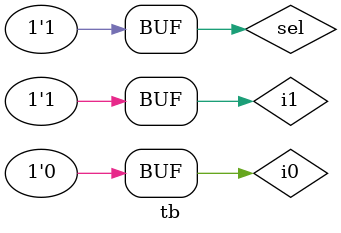
<source format=v>
module tb;
  reg i0,i1,sel;
  wire y;
  mux_2x1 mux(i0,i1,sel,y);
  
  initial begin
    $monitor("i0=%b,i1=%b,sel=%b,y=%b",i0,i1,sel,y);
    i0=0;i1=1;
    sel=0;
    #2;
    sel=1;
  end
  
endmodule

</source>
